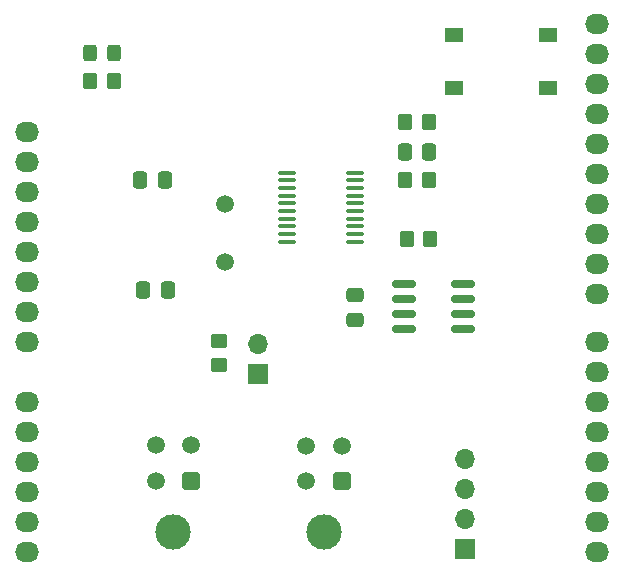
<source format=gts>
G04 #@! TF.GenerationSoftware,KiCad,Pcbnew,6.0.2-378541a8eb~116~ubuntu20.04.1*
G04 #@! TF.CreationDate,2022-02-25T19:51:44+08:00*
G04 #@! TF.ProjectId,arduino_can_bus_shield,61726475-696e-46f5-9f63-616e5f627573,rev?*
G04 #@! TF.SameCoordinates,Original*
G04 #@! TF.FileFunction,Soldermask,Top*
G04 #@! TF.FilePolarity,Negative*
%FSLAX46Y46*%
G04 Gerber Fmt 4.6, Leading zero omitted, Abs format (unit mm)*
G04 Created by KiCad (PCBNEW 6.0.2-378541a8eb~116~ubuntu20.04.1) date 2022-02-25 19:51:44*
%MOMM*%
%LPD*%
G01*
G04 APERTURE LIST*
G04 Aperture macros list*
%AMRoundRect*
0 Rectangle with rounded corners*
0 $1 Rounding radius*
0 $2 $3 $4 $5 $6 $7 $8 $9 X,Y pos of 4 corners*
0 Add a 4 corners polygon primitive as box body*
4,1,4,$2,$3,$4,$5,$6,$7,$8,$9,$2,$3,0*
0 Add four circle primitives for the rounded corners*
1,1,$1+$1,$2,$3*
1,1,$1+$1,$4,$5*
1,1,$1+$1,$6,$7*
1,1,$1+$1,$8,$9*
0 Add four rect primitives between the rounded corners*
20,1,$1+$1,$2,$3,$4,$5,0*
20,1,$1+$1,$4,$5,$6,$7,0*
20,1,$1+$1,$6,$7,$8,$9,0*
20,1,$1+$1,$8,$9,$2,$3,0*%
G04 Aperture macros list end*
%ADD10O,2.032000X1.727200*%
%ADD11R,1.700000X1.700000*%
%ADD12O,1.700000X1.700000*%
%ADD13RoundRect,0.250000X-0.350000X-0.450000X0.350000X-0.450000X0.350000X0.450000X-0.350000X0.450000X0*%
%ADD14RoundRect,0.250000X0.475000X-0.337500X0.475000X0.337500X-0.475000X0.337500X-0.475000X-0.337500X0*%
%ADD15RoundRect,0.250000X0.350000X0.450000X-0.350000X0.450000X-0.350000X-0.450000X0.350000X-0.450000X0*%
%ADD16RoundRect,0.250000X0.337500X0.475000X-0.337500X0.475000X-0.337500X-0.475000X0.337500X-0.475000X0*%
%ADD17RoundRect,0.250000X-0.337500X-0.475000X0.337500X-0.475000X0.337500X0.475000X-0.337500X0.475000X0*%
%ADD18RoundRect,0.250000X0.325000X0.450000X-0.325000X0.450000X-0.325000X-0.450000X0.325000X-0.450000X0*%
%ADD19C,1.500000*%
%ADD20RoundRect,0.100000X-0.637500X-0.100000X0.637500X-0.100000X0.637500X0.100000X-0.637500X0.100000X0*%
%ADD21C,3.000000*%
%ADD22RoundRect,0.250001X0.499999X0.499999X-0.499999X0.499999X-0.499999X-0.499999X0.499999X-0.499999X0*%
%ADD23RoundRect,0.250000X-0.450000X0.350000X-0.450000X-0.350000X0.450000X-0.350000X0.450000X0.350000X0*%
%ADD24R,1.550000X1.300000*%
%ADD25RoundRect,0.150000X-0.825000X-0.150000X0.825000X-0.150000X0.825000X0.150000X-0.825000X0.150000X0*%
G04 APERTURE END LIST*
D10*
X113792000Y-88011000D03*
X113792000Y-90551000D03*
X113792000Y-93091000D03*
X113792000Y-95631000D03*
X113792000Y-98171000D03*
X113792000Y-100711000D03*
X113792000Y-103251000D03*
X113792000Y-105791000D03*
X113792000Y-110871000D03*
X113792000Y-113411000D03*
X113792000Y-115951000D03*
X113792000Y-118491000D03*
X113792000Y-121031000D03*
X113792000Y-123571000D03*
X162052000Y-78867000D03*
X162052000Y-81407000D03*
X162052000Y-83947000D03*
X162052000Y-86487000D03*
X162052000Y-89027000D03*
X162052000Y-91567000D03*
X162052000Y-94107000D03*
X162052000Y-96647000D03*
X162052000Y-99187000D03*
X162052000Y-101727000D03*
X162052000Y-105791000D03*
X162052000Y-108331000D03*
X162052000Y-110871000D03*
X162052000Y-113411000D03*
X162052000Y-115951000D03*
X162052000Y-118491000D03*
X162052000Y-121031000D03*
X162052000Y-123571000D03*
D11*
X133350000Y-108458000D03*
D12*
X133350000Y-105918000D03*
D13*
X119142000Y-83693000D03*
X121142000Y-83693000D03*
D14*
X141605000Y-103907500D03*
X141605000Y-101832500D03*
D15*
X147812000Y-92075000D03*
X145812000Y-92075000D03*
D16*
X125476000Y-92075000D03*
X123401000Y-92075000D03*
D17*
X145774500Y-89662000D03*
X147849500Y-89662000D03*
D18*
X121167000Y-81280000D03*
X119117000Y-81280000D03*
D19*
X130534500Y-94107000D03*
X130534500Y-98987000D03*
D20*
X135821500Y-91436000D03*
X135821500Y-92086000D03*
X135821500Y-92736000D03*
X135821500Y-93386000D03*
X135821500Y-94036000D03*
X135821500Y-94686000D03*
X135821500Y-95336000D03*
X135821500Y-95986000D03*
X135821500Y-96636000D03*
X135821500Y-97286000D03*
X141546500Y-97286000D03*
X141546500Y-96636000D03*
X141546500Y-95986000D03*
X141546500Y-95336000D03*
X141546500Y-94686000D03*
X141546500Y-94036000D03*
X141546500Y-93386000D03*
X141546500Y-92736000D03*
X141546500Y-92086000D03*
X141546500Y-91436000D03*
D21*
X138938000Y-121877000D03*
D22*
X140438000Y-117557000D03*
D19*
X137438000Y-117557000D03*
X140438000Y-114557000D03*
X137438000Y-114557000D03*
D21*
X126205000Y-121834000D03*
D22*
X127705000Y-117514000D03*
D19*
X124705000Y-117514000D03*
X127705000Y-114514000D03*
X124705000Y-114514000D03*
D11*
X150876000Y-123317000D03*
D12*
X150876000Y-120777000D03*
X150876000Y-118237000D03*
X150876000Y-115697000D03*
D23*
X130092000Y-105696000D03*
X130092000Y-107696000D03*
D24*
X157899000Y-84292000D03*
X149949000Y-84292000D03*
X149949000Y-79792000D03*
X157899000Y-79792000D03*
D25*
X145734000Y-100838000D03*
X145734000Y-102108000D03*
X145734000Y-103378000D03*
X145734000Y-104648000D03*
X150684000Y-104648000D03*
X150684000Y-103378000D03*
X150684000Y-102108000D03*
X150684000Y-100838000D03*
D16*
X125730000Y-101346000D03*
X123655000Y-101346000D03*
D13*
X145955000Y-97028000D03*
X147955000Y-97028000D03*
X145812000Y-87122000D03*
X147812000Y-87122000D03*
M02*

</source>
